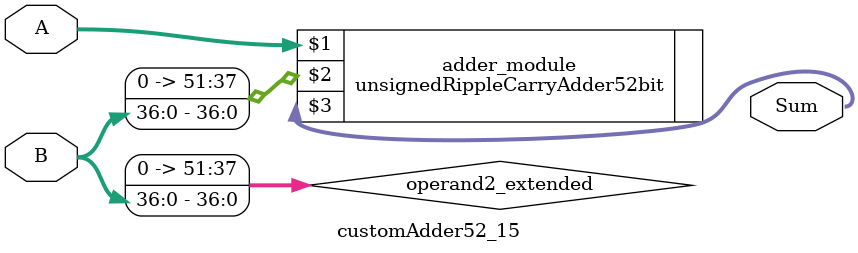
<source format=v>
module customAdder52_15(
                        input [51 : 0] A,
                        input [36 : 0] B,
                        
                        output [52 : 0] Sum
                );

        wire [51 : 0] operand2_extended;
        
        assign operand2_extended =  {15'b0, B};
        
        unsignedRippleCarryAdder52bit adder_module(
            A,
            operand2_extended,
            Sum
        );
        
        endmodule
        
</source>
